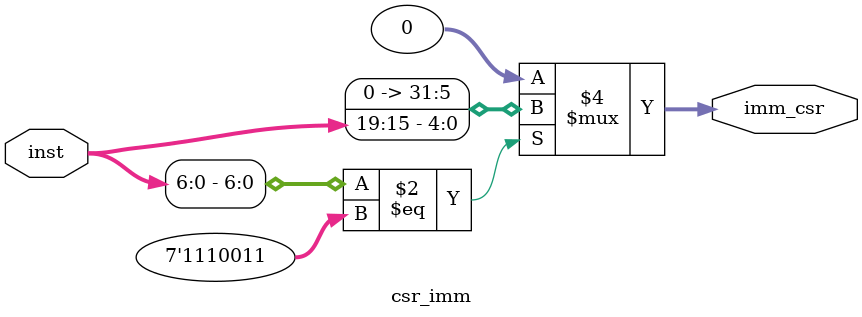
<source format=sv>

module csr_imm #(
    parameter DW = 32
)(
    input  logic [DW-1:0] inst,
    output logic [DW-1:0] imm_csr
);

    always_comb begin
        if (inst[6:0] == 7'b1110011) begin   //check the opcode if it is a CSR instruction
            imm_csr = {27'b0, inst[19:15]};  //zero extended immediate
        end
        else begin
            imm_csr = '0;
        end
    end


endmodule
</source>
